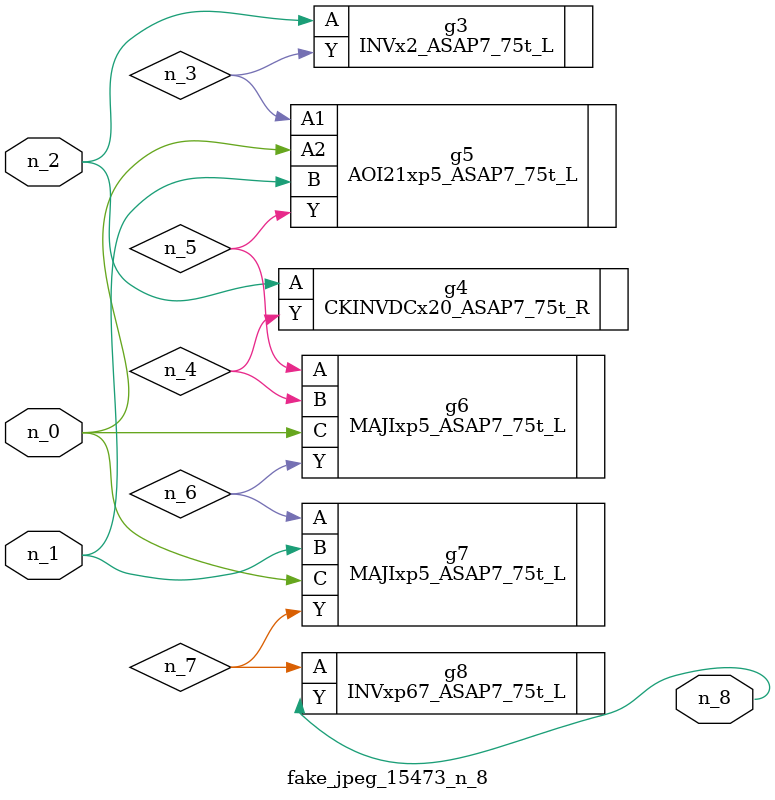
<source format=v>
module fake_jpeg_15473_n_8 (n_0, n_2, n_1, n_8);

input n_0;
input n_2;
input n_1;

output n_8;

wire n_3;
wire n_4;
wire n_6;
wire n_5;
wire n_7;

INVx2_ASAP7_75t_L g3 ( 
.A(n_2),
.Y(n_3)
);

CKINVDCx20_ASAP7_75t_R g4 ( 
.A(n_2),
.Y(n_4)
);

AOI21xp5_ASAP7_75t_L g5 ( 
.A1(n_3),
.A2(n_0),
.B(n_1),
.Y(n_5)
);

MAJIxp5_ASAP7_75t_L g6 ( 
.A(n_5),
.B(n_4),
.C(n_0),
.Y(n_6)
);

MAJIxp5_ASAP7_75t_L g7 ( 
.A(n_6),
.B(n_1),
.C(n_0),
.Y(n_7)
);

INVxp67_ASAP7_75t_L g8 ( 
.A(n_7),
.Y(n_8)
);


endmodule
</source>
